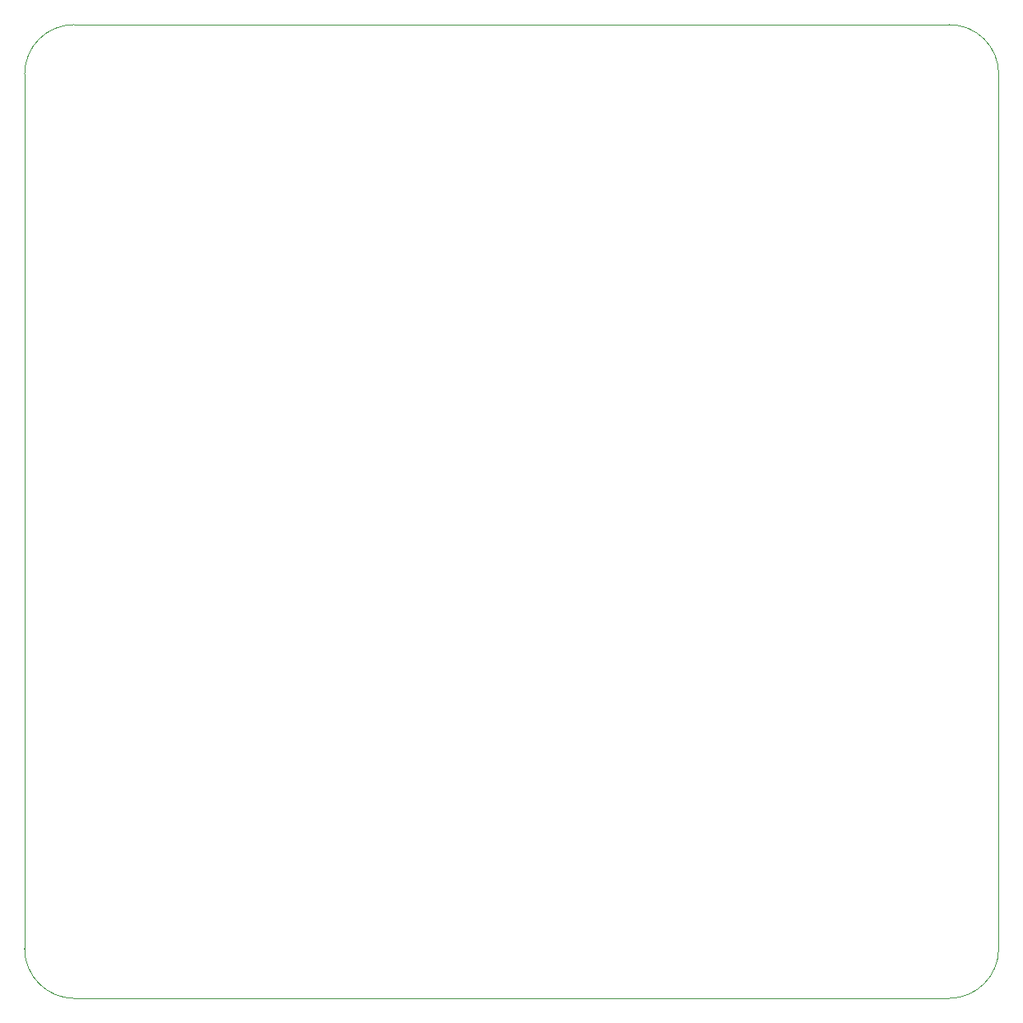
<source format=gbr>
G04 #@! TF.GenerationSoftware,KiCad,Pcbnew,(5.1.5)-3*
G04 #@! TF.CreationDate,2020-08-04T21:29:25-03:00*
G04 #@! TF.ProjectId,TSAL,5453414c-2e6b-4696-9361-645f70636258,rev?*
G04 #@! TF.SameCoordinates,Original*
G04 #@! TF.FileFunction,Profile,NP*
%FSLAX46Y46*%
G04 Gerber Fmt 4.6, Leading zero omitted, Abs format (unit mm)*
G04 Created by KiCad (PCBNEW (5.1.5)-3) date 2020-08-04 21:29:25*
%MOMM*%
%LPD*%
G04 APERTURE LIST*
%ADD10C,0.050000*%
G04 APERTURE END LIST*
D10*
X228854250Y-145592801D02*
X228854250Y-55626000D01*
X228854250Y-145592801D02*
G75*
G02X223773999Y-150723599I-5131050J1D01*
G01*
X133858000Y-150723600D02*
X223774000Y-150723600D01*
X128727200Y-55626000D02*
X128727200Y-145592800D01*
X223774000Y-50546000D02*
X133807200Y-50546000D01*
X128727200Y-55626000D02*
G75*
G02X133807200Y-50546000I5080000J0D01*
G01*
X223774000Y-50546000D02*
G75*
G02X228854000Y-55626000I0J-5080000D01*
G01*
X133858000Y-150723600D02*
G75*
G02X128727200Y-145592800I0J5130800D01*
G01*
M02*

</source>
